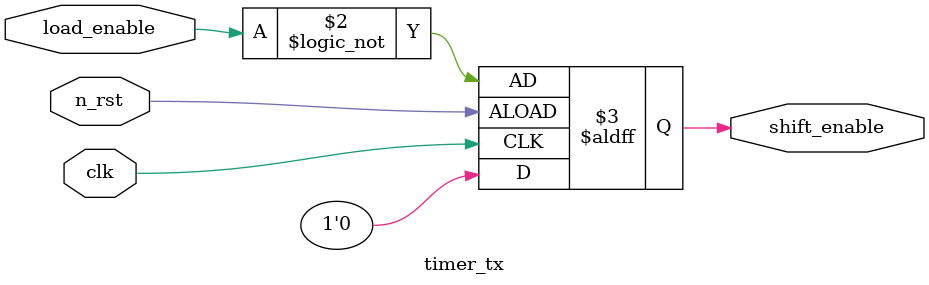
<source format=sv>

module timer_tx (
	input wire	clk,
			n_rst,
			load_enable,		
	output reg	shift_enable
) ;
	
	always_ff @ (posedge clk, negedge n_rst) begin
		if (n_rst)
			shift_enable <= 0;
		else
			shift_enable <= !load_enable;
	end

endmodule

</source>
